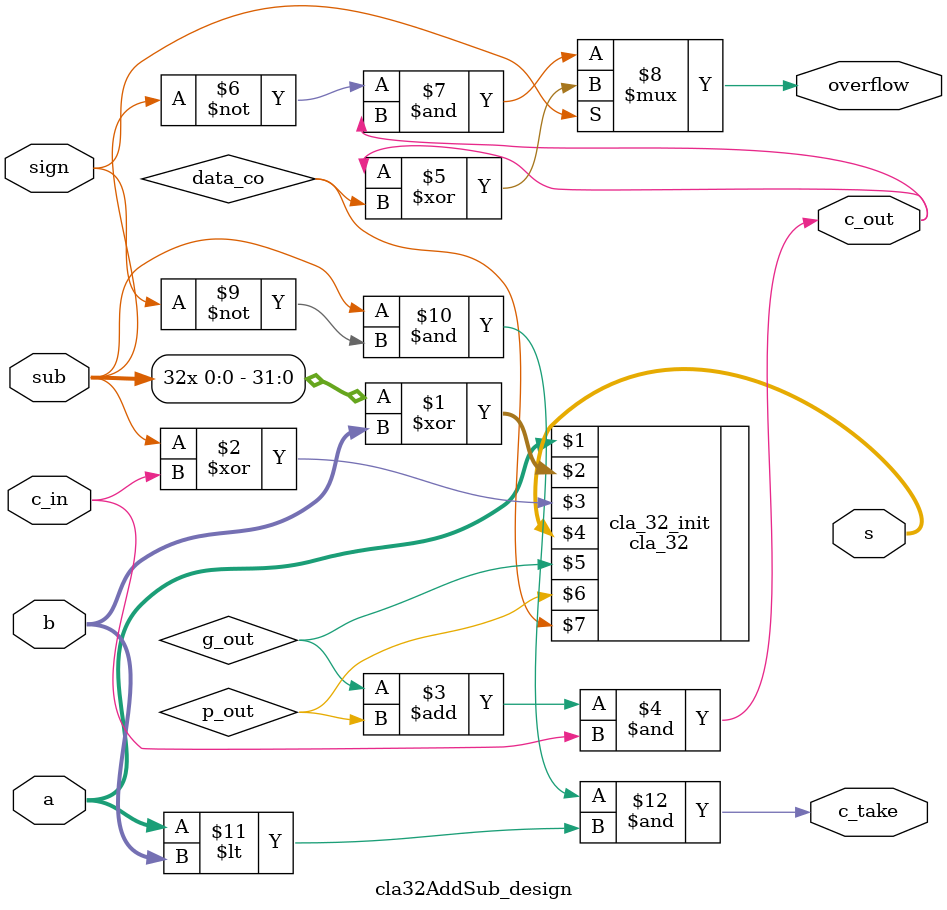
<source format=v>
`timescale 1ns / 1ps

module cla32AddSub_design(
    input [31:0]a,b,
    input c_in,sign,sub,

    output [31:0]s,
    output c_out,
    output overflow,//有符号数溢出，无符号数加法溢出
    output c_take//无符号数减法借位
);
    wire p_out,g_out,data_co;
    //以4位为例，sub^b是b和0001异或，但是b应该和1111异或
    cla_32 cla_32_init(a,{32{sub}}^b,sub^c_in,s,g_out,p_out,data_co);//加法时sub=0，减法时sub=1
    assign c_out=g_out+p_out&c_in;

    assign overflow=sign?c_out^data_co:(~sub&c_out);
    assign c_take=sub&~sign&(a<b);
endmodule

</source>
